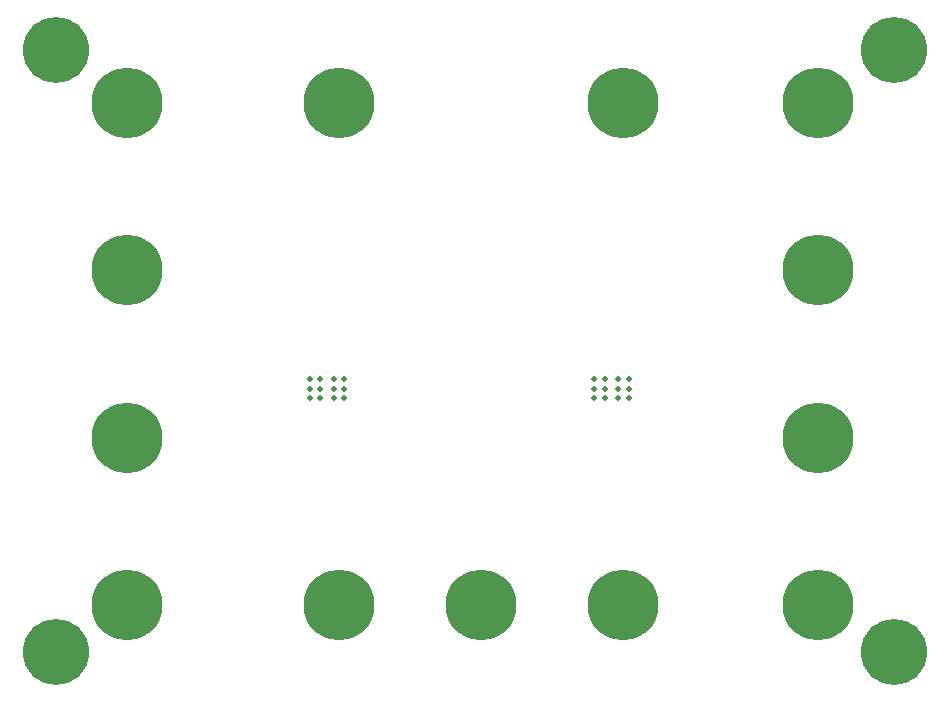
<source format=gbs>
%TF.GenerationSoftware,KiCad,Pcbnew,9.0.4*%
%TF.CreationDate,2025-10-02T17:53:38-07:00*%
%TF.ProjectId,PowerBoard,506f7765-7242-46f6-9172-642e6b696361,1*%
%TF.SameCoordinates,Original*%
%TF.FileFunction,Soldermask,Bot*%
%TF.FilePolarity,Negative*%
%FSLAX46Y46*%
G04 Gerber Fmt 4.6, Leading zero omitted, Abs format (unit mm)*
G04 Created by KiCad (PCBNEW 9.0.4) date 2025-10-02 17:53:38*
%MOMM*%
%LPD*%
G01*
G04 APERTURE LIST*
%ADD10C,0.499999*%
%ADD11C,6.000000*%
%ADD12C,5.600000*%
G04 APERTURE END LIST*
D10*
%TO.C,U12*%
X161006446Y-106506750D03*
X161006446Y-105706751D03*
X161006446Y-104906750D03*
X160146445Y-106506750D03*
X160146445Y-105706751D03*
X160146445Y-104906750D03*
X158966447Y-106506750D03*
X158966447Y-105706751D03*
X158966447Y-104906750D03*
X158106446Y-106506750D03*
X158106446Y-105706751D03*
X158106446Y-104906750D03*
%TD*%
D11*
%TO.C,TP9*%
X136500000Y-124000000D03*
%TD*%
D12*
%TO.C,H1*%
X112500000Y-77000000D03*
%TD*%
D11*
%TO.C,TP11*%
X136500000Y-81500000D03*
%TD*%
%TO.C,TP12*%
X118500000Y-81500000D03*
%TD*%
%TO.C,TP7*%
X160500000Y-124000000D03*
%TD*%
D12*
%TO.C,H7*%
X183500000Y-128000000D03*
%TD*%
D11*
%TO.C,*%
X177000000Y-81500000D03*
%TD*%
D12*
%TO.C,H2*%
X183500000Y-77000000D03*
%TD*%
D11*
%TO.C,TP15*%
X118500000Y-124000000D03*
%TD*%
%TO.C,TP24*%
X177000000Y-95666667D03*
%TD*%
%TO.C,TP8*%
X148500000Y-124000000D03*
%TD*%
%TO.C,TP19*%
X177000000Y-109833333D03*
%TD*%
%TO.C,TP20*%
X118500000Y-109833333D03*
%TD*%
%TO.C,TP11*%
X160500000Y-81500000D03*
%TD*%
D10*
%TO.C,U14*%
X136906446Y-106506750D03*
X136906446Y-105706751D03*
X136906446Y-104906750D03*
X136046445Y-106506750D03*
X136046445Y-105706751D03*
X136046445Y-104906750D03*
X134866447Y-106506750D03*
X134866447Y-105706751D03*
X134866447Y-104906750D03*
X134006446Y-106506750D03*
X134006446Y-105706751D03*
X134006446Y-104906750D03*
%TD*%
D12*
%TO.C,H3*%
X112500000Y-128000000D03*
%TD*%
D11*
%TO.C,TP14*%
X177000000Y-124000000D03*
%TD*%
%TO.C,TP25*%
X118500000Y-95666667D03*
%TD*%
M02*

</source>
